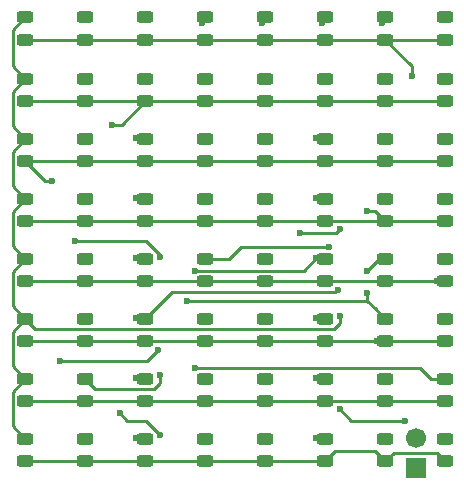
<source format=gbr>
%TF.GenerationSoftware,KiCad,Pcbnew,9.0.3*%
%TF.CreationDate,2025-10-09T23:36:15+02:00*%
%TF.ProjectId,ledkiv2,6c65646b-6976-4322-9e6b-696361645f70,rev?*%
%TF.SameCoordinates,Original*%
%TF.FileFunction,Copper,L1,Top*%
%TF.FilePolarity,Positive*%
%FSLAX46Y46*%
G04 Gerber Fmt 4.6, Leading zero omitted, Abs format (unit mm)*
G04 Created by KiCad (PCBNEW 9.0.3) date 2025-10-09 23:36:15*
%MOMM*%
%LPD*%
G01*
G04 APERTURE LIST*
G04 Aperture macros list*
%AMRoundRect*
0 Rectangle with rounded corners*
0 $1 Rounding radius*
0 $2 $3 $4 $5 $6 $7 $8 $9 X,Y pos of 4 corners*
0 Add a 4 corners polygon primitive as box body*
4,1,4,$2,$3,$4,$5,$6,$7,$8,$9,$2,$3,0*
0 Add four circle primitives for the rounded corners*
1,1,$1+$1,$2,$3*
1,1,$1+$1,$4,$5*
1,1,$1+$1,$6,$7*
1,1,$1+$1,$8,$9*
0 Add four rect primitives between the rounded corners*
20,1,$1+$1,$2,$3,$4,$5,0*
20,1,$1+$1,$4,$5,$6,$7,0*
20,1,$1+$1,$6,$7,$8,$9,0*
20,1,$1+$1,$8,$9,$2,$3,0*%
G04 Aperture macros list end*
%TA.AperFunction,ComponentPad*%
%ADD10R,1.700000X1.700000*%
%TD*%
%TA.AperFunction,ComponentPad*%
%ADD11C,1.700000*%
%TD*%
%TA.AperFunction,SMDPad,CuDef*%
%ADD12RoundRect,0.243750X-0.456250X0.243750X-0.456250X-0.243750X0.456250X-0.243750X0.456250X0.243750X0*%
%TD*%
%TA.AperFunction,ViaPad*%
%ADD13C,0.600000*%
%TD*%
%TA.AperFunction,Conductor*%
%ADD14C,0.250000*%
%TD*%
G04 APERTURE END LIST*
D10*
%TO.P,e1,1,rx-PD6*%
%TO.N,Net-(J1-D6)*%
X180677000Y-115835000D03*
D11*
%TO.P,e1,2,tx-PD5*%
%TO.N,Net-(J1-D5)*%
X180677000Y-113295000D03*
%TD*%
D12*
%TO.P,D59,1,K*%
%TO.N,Net-(D35-K)*%
X178045000Y-108280000D03*
%TO.P,D59,2,A*%
%TO.N,Net-(D15-A)*%
X178045000Y-110155000D03*
%TD*%
%TO.P,D63,1,K*%
%TO.N,Net-(D35-K)*%
X178045000Y-113360000D03*
%TO.P,D63,2,A*%
%TO.N,Net-(D16-A)*%
X178045000Y-115235000D03*
%TD*%
%TO.P,D7,1,K*%
%TO.N,Net-(D1-K)*%
X147565000Y-108280000D03*
%TO.P,D7,2,A*%
%TO.N,Net-(D15-A)*%
X147565000Y-110155000D03*
%TD*%
%TO.P,D4,1,K*%
%TO.N,Net-(D1-K)*%
X147565000Y-93040000D03*
%TO.P,D4,2,A*%
%TO.N,Net-(D12-A)*%
X147565000Y-94915000D03*
%TD*%
%TO.P,D40,1,K*%
%TO.N,Net-(D36-K)*%
X183125000Y-82880000D03*
%TO.P,D40,2,A*%
%TO.N,Net-(D10-A)*%
X183125000Y-84755000D03*
%TD*%
%TO.P,D36,1,K*%
%TO.N,Net-(D36-K)*%
X183132608Y-77663506D03*
%TO.P,D36,2,A*%
%TO.N,Net-(D1-A)*%
X183132608Y-79538506D03*
%TD*%
%TO.P,D61,1,K*%
%TO.N,Net-(D33-K)*%
X167885000Y-113360000D03*
%TO.P,D61,2,A*%
%TO.N,Net-(D16-A)*%
X167885000Y-115235000D03*
%TD*%
%TO.P,D43,1,K*%
%TO.N,Net-(D35-K)*%
X178045000Y-87960000D03*
%TO.P,D43,2,A*%
%TO.N,Net-(D11-A)*%
X178045000Y-89835000D03*
%TD*%
%TO.P,D23,1,K*%
%TO.N,Net-(D17-K)*%
X157725000Y-93040000D03*
%TO.P,D23,2,A*%
%TO.N,Net-(D12-A)*%
X157725000Y-94915000D03*
%TD*%
%TO.P,D46,1,K*%
%TO.N,Net-(D34-K)*%
X172965000Y-93040000D03*
%TO.P,D46,2,A*%
%TO.N,Net-(D12-A)*%
X172965000Y-94915000D03*
%TD*%
%TO.P,D26,1,K*%
%TO.N,Net-(D18-K)*%
X162805000Y-98120000D03*
%TO.P,D26,2,A*%
%TO.N,Net-(D13-A)*%
X162805000Y-99995000D03*
%TD*%
%TO.P,D10,1,K*%
%TO.N,Net-(D10-K)*%
X152645000Y-82880000D03*
%TO.P,D10,2,A*%
%TO.N,Net-(D10-A)*%
X152645000Y-84755000D03*
%TD*%
%TO.P,D58,1,K*%
%TO.N,Net-(D34-K)*%
X172965000Y-108280000D03*
%TO.P,D58,2,A*%
%TO.N,Net-(D15-A)*%
X172965000Y-110155000D03*
%TD*%
%TO.P,D57,1,K*%
%TO.N,Net-(D33-K)*%
X167885000Y-108280000D03*
%TO.P,D57,2,A*%
%TO.N,Net-(D15-A)*%
X167885000Y-110155000D03*
%TD*%
%TO.P,D21,1,K*%
%TO.N,Net-(D17-K)*%
X157725000Y-87960000D03*
%TO.P,D21,2,A*%
%TO.N,Net-(D11-A)*%
X157725000Y-89835000D03*
%TD*%
%TO.P,D16,1,K*%
%TO.N,Net-(D10-K)*%
X152645000Y-113360000D03*
%TO.P,D16,2,A*%
%TO.N,Net-(D16-A)*%
X152645000Y-115235000D03*
%TD*%
%TO.P,D35,1,K*%
%TO.N,Net-(D35-K)*%
X178052608Y-77663506D03*
%TO.P,D35,2,A*%
%TO.N,Net-(D1-A)*%
X178052608Y-79538506D03*
%TD*%
%TO.P,D48,1,K*%
%TO.N,Net-(D36-K)*%
X183125000Y-93040000D03*
%TO.P,D48,2,A*%
%TO.N,Net-(D12-A)*%
X183125000Y-94915000D03*
%TD*%
%TO.P,D56,1,K*%
%TO.N,Net-(D36-K)*%
X183125000Y-103200000D03*
%TO.P,D56,2,A*%
%TO.N,Net-(D14-A)*%
X183125000Y-105075000D03*
%TD*%
%TO.P,D32,1,K*%
%TO.N,Net-(D18-K)*%
X162805000Y-113360000D03*
%TO.P,D32,2,A*%
%TO.N,Net-(D16-A)*%
X162805000Y-115235000D03*
%TD*%
%TO.P,D18,1,K*%
%TO.N,Net-(D18-K)*%
X162812608Y-77663506D03*
%TO.P,D18,2,A*%
%TO.N,Net-(D1-A)*%
X162812608Y-79538506D03*
%TD*%
%TO.P,D8,1,K*%
%TO.N,Net-(D1-K)*%
X147565000Y-113360000D03*
%TO.P,D8,2,A*%
%TO.N,Net-(D16-A)*%
X147565000Y-115235000D03*
%TD*%
%TO.P,D22,1,K*%
%TO.N,Net-(D18-K)*%
X162805000Y-87960000D03*
%TO.P,D22,2,A*%
%TO.N,Net-(D11-A)*%
X162805000Y-89835000D03*
%TD*%
%TO.P,D53,1,K*%
%TO.N,Net-(D33-K)*%
X167885000Y-103200000D03*
%TO.P,D53,2,A*%
%TO.N,Net-(D14-A)*%
X167885000Y-105075000D03*
%TD*%
%TO.P,D3,1,K*%
%TO.N,Net-(D1-K)*%
X147565000Y-87960000D03*
%TO.P,D3,2,A*%
%TO.N,Net-(D11-A)*%
X147565000Y-89835000D03*
%TD*%
%TO.P,D11,1,K*%
%TO.N,Net-(D10-K)*%
X152645000Y-87960000D03*
%TO.P,D11,2,A*%
%TO.N,Net-(D11-A)*%
X152645000Y-89835000D03*
%TD*%
%TO.P,D1,1,K*%
%TO.N,Net-(D1-K)*%
X147572608Y-77663506D03*
%TO.P,D1,2,A*%
%TO.N,Net-(D1-A)*%
X147572608Y-79538506D03*
%TD*%
%TO.P,D25,1,K*%
%TO.N,Net-(D17-K)*%
X157725000Y-98120000D03*
%TO.P,D25,2,A*%
%TO.N,Net-(D13-A)*%
X157725000Y-99995000D03*
%TD*%
%TO.P,D42,1,K*%
%TO.N,Net-(D34-K)*%
X172965000Y-87960000D03*
%TO.P,D42,2,A*%
%TO.N,Net-(D11-A)*%
X172965000Y-89835000D03*
%TD*%
%TO.P,D44,1,K*%
%TO.N,Net-(D36-K)*%
X183125000Y-87960000D03*
%TO.P,D44,2,A*%
%TO.N,Net-(D11-A)*%
X183125000Y-89835000D03*
%TD*%
%TO.P,D29,1,K*%
%TO.N,Net-(D17-K)*%
X157725000Y-108280000D03*
%TO.P,D29,2,A*%
%TO.N,Net-(D15-A)*%
X157725000Y-110155000D03*
%TD*%
%TO.P,D15,1,K*%
%TO.N,Net-(D10-K)*%
X152645000Y-108280000D03*
%TO.P,D15,2,A*%
%TO.N,Net-(D15-A)*%
X152645000Y-110155000D03*
%TD*%
%TO.P,D9,1,K*%
%TO.N,Net-(D10-K)*%
X152652608Y-77663506D03*
%TO.P,D9,2,A*%
%TO.N,Net-(D1-A)*%
X152652608Y-79538506D03*
%TD*%
%TO.P,D6,1,K*%
%TO.N,Net-(D1-K)*%
X147565000Y-103200000D03*
%TO.P,D6,2,A*%
%TO.N,Net-(D14-A)*%
X147565000Y-105075000D03*
%TD*%
%TO.P,D60,1,K*%
%TO.N,Net-(D36-K)*%
X183125000Y-108280000D03*
%TO.P,D60,2,A*%
%TO.N,Net-(D15-A)*%
X183125000Y-110155000D03*
%TD*%
%TO.P,D5,1,K*%
%TO.N,Net-(D1-K)*%
X147565000Y-98120000D03*
%TO.P,D5,2,A*%
%TO.N,Net-(D13-A)*%
X147565000Y-99995000D03*
%TD*%
%TO.P,D64,1,K*%
%TO.N,Net-(D36-K)*%
X183125000Y-113360000D03*
%TO.P,D64,2,A*%
%TO.N,Net-(D16-A)*%
X183125000Y-115235000D03*
%TD*%
%TO.P,D12,1,K*%
%TO.N,Net-(D10-K)*%
X152645000Y-93040000D03*
%TO.P,D12,2,A*%
%TO.N,Net-(D12-A)*%
X152645000Y-94915000D03*
%TD*%
%TO.P,D2,1,K*%
%TO.N,Net-(D1-K)*%
X147565000Y-82880000D03*
%TO.P,D2,2,A*%
%TO.N,Net-(D10-A)*%
X147565000Y-84755000D03*
%TD*%
%TO.P,D51,1,K*%
%TO.N,Net-(D35-K)*%
X178045000Y-98120000D03*
%TO.P,D51,2,A*%
%TO.N,Net-(D13-A)*%
X178045000Y-99995000D03*
%TD*%
%TO.P,D24,1,K*%
%TO.N,Net-(D18-K)*%
X162805000Y-93040000D03*
%TO.P,D24,2,A*%
%TO.N,Net-(D12-A)*%
X162805000Y-94915000D03*
%TD*%
%TO.P,D45,1,K*%
%TO.N,Net-(D33-K)*%
X167885000Y-93040000D03*
%TO.P,D45,2,A*%
%TO.N,Net-(D12-A)*%
X167885000Y-94915000D03*
%TD*%
%TO.P,D28,1,K*%
%TO.N,Net-(D18-K)*%
X162805000Y-103200000D03*
%TO.P,D28,2,A*%
%TO.N,Net-(D14-A)*%
X162805000Y-105075000D03*
%TD*%
%TO.P,D50,1,K*%
%TO.N,Net-(D34-K)*%
X172965000Y-98120000D03*
%TO.P,D50,2,A*%
%TO.N,Net-(D13-A)*%
X172965000Y-99995000D03*
%TD*%
%TO.P,D20,1,K*%
%TO.N,Net-(D18-K)*%
X162805000Y-82880000D03*
%TO.P,D20,2,A*%
%TO.N,Net-(D10-A)*%
X162805000Y-84755000D03*
%TD*%
%TO.P,D33,1,K*%
%TO.N,Net-(D33-K)*%
X167892608Y-77663506D03*
%TO.P,D33,2,A*%
%TO.N,Net-(D1-A)*%
X167892608Y-79538506D03*
%TD*%
%TO.P,D19,1,K*%
%TO.N,Net-(D17-K)*%
X157725000Y-82880000D03*
%TO.P,D19,2,A*%
%TO.N,Net-(D10-A)*%
X157725000Y-84755000D03*
%TD*%
%TO.P,D34,1,K*%
%TO.N,Net-(D34-K)*%
X172972608Y-77663506D03*
%TO.P,D34,2,A*%
%TO.N,Net-(D1-A)*%
X172972608Y-79538506D03*
%TD*%
%TO.P,D38,1,K*%
%TO.N,Net-(D34-K)*%
X172965000Y-82880000D03*
%TO.P,D38,2,A*%
%TO.N,Net-(D10-A)*%
X172965000Y-84755000D03*
%TD*%
%TO.P,D17,1,K*%
%TO.N,Net-(D17-K)*%
X157732608Y-77663506D03*
%TO.P,D17,2,A*%
%TO.N,Net-(D1-A)*%
X157732608Y-79538506D03*
%TD*%
%TO.P,D14,1,K*%
%TO.N,Net-(D10-K)*%
X152645000Y-103200000D03*
%TO.P,D14,2,A*%
%TO.N,Net-(D14-A)*%
X152645000Y-105075000D03*
%TD*%
%TO.P,D30,1,K*%
%TO.N,Net-(D18-K)*%
X162805000Y-108280000D03*
%TO.P,D30,2,A*%
%TO.N,Net-(D15-A)*%
X162805000Y-110155000D03*
%TD*%
%TO.P,D39,1,K*%
%TO.N,Net-(D35-K)*%
X178045000Y-82880000D03*
%TO.P,D39,2,A*%
%TO.N,Net-(D10-A)*%
X178045000Y-84755000D03*
%TD*%
%TO.P,D13,1,K*%
%TO.N,Net-(D10-K)*%
X152645000Y-98120000D03*
%TO.P,D13,2,A*%
%TO.N,Net-(D13-A)*%
X152645000Y-99995000D03*
%TD*%
%TO.P,D52,1,K*%
%TO.N,Net-(D36-K)*%
X183125000Y-98120000D03*
%TO.P,D52,2,A*%
%TO.N,Net-(D13-A)*%
X183125000Y-99995000D03*
%TD*%
%TO.P,D27,1,K*%
%TO.N,Net-(D17-K)*%
X157725000Y-103200000D03*
%TO.P,D27,2,A*%
%TO.N,Net-(D14-A)*%
X157725000Y-105075000D03*
%TD*%
%TO.P,D54,1,K*%
%TO.N,Net-(D34-K)*%
X172965000Y-103200000D03*
%TO.P,D54,2,A*%
%TO.N,Net-(D14-A)*%
X172965000Y-105075000D03*
%TD*%
%TO.P,D41,1,K*%
%TO.N,Net-(D33-K)*%
X167885000Y-87960000D03*
%TO.P,D41,2,A*%
%TO.N,Net-(D11-A)*%
X167885000Y-89835000D03*
%TD*%
%TO.P,D37,1,K*%
%TO.N,Net-(D33-K)*%
X167885000Y-82880000D03*
%TO.P,D37,2,A*%
%TO.N,Net-(D10-A)*%
X167885000Y-84755000D03*
%TD*%
%TO.P,D31,1,K*%
%TO.N,Net-(D17-K)*%
X157725000Y-113360000D03*
%TO.P,D31,2,A*%
%TO.N,Net-(D16-A)*%
X157725000Y-115235000D03*
%TD*%
%TO.P,D47,1,K*%
%TO.N,Net-(D35-K)*%
X178045000Y-93040000D03*
%TO.P,D47,2,A*%
%TO.N,Net-(D12-A)*%
X178045000Y-94915000D03*
%TD*%
%TO.P,D62,1,K*%
%TO.N,Net-(D34-K)*%
X172965000Y-113360000D03*
%TO.P,D62,2,A*%
%TO.N,Net-(D16-A)*%
X172965000Y-115235000D03*
%TD*%
%TO.P,D49,1,K*%
%TO.N,Net-(D33-K)*%
X167885000Y-98120000D03*
%TO.P,D49,2,A*%
%TO.N,Net-(D13-A)*%
X167885000Y-99995000D03*
%TD*%
%TO.P,D55,1,K*%
%TO.N,Net-(D35-K)*%
X178045000Y-103200000D03*
%TO.P,D55,2,A*%
%TO.N,Net-(D14-A)*%
X178045000Y-105075000D03*
%TD*%
D13*
%TO.N,Net-(J1-A1)*%
X155566000Y-111171000D03*
X158972004Y-113034925D03*
%TO.N,Net-(D36-K)*%
X183125000Y-87960000D03*
%TO.N,Net-(D10-K)*%
X158972004Y-107954925D03*
%TO.N,Net-(D35-K)*%
X161281000Y-101646000D03*
%TO.N,Net-(D1-K)*%
X174214963Y-102925909D03*
%TO.N,Net-(D34-K)*%
X161907734Y-99091292D03*
%TO.N,Net-(D18-K)*%
X173321962Y-97082500D03*
%TO.N,Net-(D33-K)*%
X174201062Y-95590000D03*
X170806000Y-95931000D03*
%TO.N,Net-(D36-K)*%
X161916000Y-107361000D03*
%TO.N,Net-(D16-A)*%
X152645000Y-115235000D03*
%TO.N,Net-(D15-A)*%
X147565000Y-110155000D03*
%TO.N,Net-(J1-C0)*%
X150486000Y-106726000D03*
X158802941Y-105816389D03*
%TO.N,Net-(D14-A)*%
X177370000Y-105075000D03*
%TO.N,Net-(J1-D4)*%
X174209894Y-110830000D03*
X179696000Y-111806000D03*
%TO.N,Net-(D13-A)*%
X182450000Y-99995000D03*
%TO.N,Net-(D12-A)*%
X176521000Y-94026000D03*
%TO.N,Net-(D11-A)*%
X149851000Y-91486000D03*
%TO.N,Net-(J1-C3)*%
X151756000Y-96566000D03*
X158975000Y-97904979D03*
%TO.N,Net-(D10-A)*%
X154931000Y-86763500D03*
%TO.N,Net-(D1-A)*%
X180331000Y-82596000D03*
%TO.N,Net-(D36-K)*%
X183132608Y-77663506D03*
X183125000Y-82880000D03*
X183125000Y-93040000D03*
X183125000Y-98120000D03*
X183125000Y-103200000D03*
X183125000Y-108280000D03*
X182871000Y-113076000D03*
%TO.N,Net-(D35-K)*%
X178045000Y-113360000D03*
X178045000Y-108280000D03*
X178045000Y-103200000D03*
X176521000Y-101011000D03*
X176521000Y-99106000D03*
X178045000Y-98120000D03*
X178045000Y-93040000D03*
X178045000Y-87960000D03*
X178045000Y-82880000D03*
X177791000Y-78151000D03*
%TO.N,Net-(D17-K)*%
X156979082Y-113270444D03*
X156979082Y-108190444D03*
X156941000Y-103122275D03*
X156941000Y-98064197D03*
X156941000Y-92962275D03*
X156941000Y-87904197D03*
X157725000Y-82880000D03*
X157732608Y-77663506D03*
%TO.N,Net-(D34-K)*%
X172219082Y-113270444D03*
X172219082Y-108190444D03*
X172181000Y-103122275D03*
X172181000Y-98064197D03*
X172181000Y-92962275D03*
X172181000Y-87904197D03*
%TO.N,Net-(D33-K)*%
X167885000Y-113360000D03*
X167885000Y-108280000D03*
X167885000Y-103200000D03*
X167885000Y-98120000D03*
X167885000Y-93040000D03*
X167885000Y-87960000D03*
X167885000Y-82880000D03*
X167631000Y-78151000D03*
%TO.N,Net-(D18-K)*%
X162805000Y-113360000D03*
X162805000Y-108280000D03*
X162805000Y-103200000D03*
X162805000Y-98120000D03*
X162805000Y-93040000D03*
X162805000Y-87960000D03*
X162551000Y-78151000D03*
X162805000Y-82880000D03*
%TO.N,Net-(D17-K)*%
X174042941Y-100736389D03*
%TO.N,Net-(D10-K)*%
X153026000Y-113076000D03*
X153026000Y-107996000D03*
X153026000Y-102916000D03*
X153026000Y-97836000D03*
X153026000Y-92756000D03*
X153026000Y-87676000D03*
X153026000Y-77516000D03*
X153026000Y-82596000D03*
%TO.N,Net-(D34-K)*%
X172711000Y-78151000D03*
X172965000Y-82880000D03*
%TD*%
D14*
%TO.N,Net-(D16-A)*%
X178759000Y-114521000D02*
X178045000Y-115235000D01*
X182411000Y-114521000D02*
X178759000Y-114521000D01*
X183125000Y-115235000D02*
X182411000Y-114521000D01*
%TO.N,Net-(J1-A1)*%
X156201000Y-111806000D02*
X155566000Y-111171000D01*
X157754212Y-111806000D02*
X156201000Y-111806000D01*
X157754212Y-111806000D02*
X158972004Y-113023792D01*
X158972004Y-113023792D02*
X158972004Y-113034925D01*
%TO.N,Net-(D36-K)*%
X183125000Y-87960000D02*
X183155000Y-87960000D01*
%TO.N,Net-(D10-K)*%
X153508500Y-109143500D02*
X152645000Y-108280000D01*
X158444712Y-109143500D02*
X153508500Y-109143500D01*
X158972004Y-108616208D02*
X158444712Y-109143500D01*
X158972004Y-107954925D02*
X158972004Y-108616208D01*
%TO.N,Net-(D35-K)*%
X176491000Y-101646000D02*
X177141000Y-102296000D01*
X161281000Y-101646000D02*
X176491000Y-101646000D01*
X177141000Y-102296000D02*
X178045000Y-103200000D01*
%TO.N,Net-(D1-K)*%
X173684712Y-104063500D02*
X174214963Y-103533249D01*
X174214963Y-103533249D02*
X174214963Y-102925909D01*
X148428500Y-104063500D02*
X173684712Y-104063500D01*
X147565000Y-103200000D02*
X148428500Y-104063500D01*
%TO.N,Net-(D34-K)*%
X171153905Y-99091292D02*
X172181000Y-98064197D01*
X161907734Y-99091292D02*
X171153905Y-99091292D01*
%TO.N,Net-(D18-K)*%
X165844500Y-97082500D02*
X164807000Y-98120000D01*
X173321962Y-97082500D02*
X165844500Y-97082500D01*
X164807000Y-98120000D02*
X162805000Y-98120000D01*
%TO.N,Net-(D33-K)*%
X170806000Y-95931000D02*
X173860062Y-95931000D01*
X173860062Y-95931000D02*
X174201062Y-95590000D01*
%TO.N,Net-(D36-K)*%
X181885000Y-108280000D02*
X183125000Y-108280000D01*
X180966000Y-107361000D02*
X181885000Y-108280000D01*
X161916000Y-107361000D02*
X180966000Y-107361000D01*
%TO.N,Net-(D16-A)*%
X172965000Y-115235000D02*
X147565000Y-115235000D01*
X173810000Y-114390000D02*
X172965000Y-115235000D01*
X177200000Y-114390000D02*
X173810000Y-114390000D01*
X178045000Y-115235000D02*
X177200000Y-114390000D01*
%TO.N,Net-(J1-C0)*%
X150486000Y-106726000D02*
X157893330Y-106726000D01*
X157893330Y-106726000D02*
X158802941Y-105816389D01*
%TO.N,Net-(J1-D4)*%
X175185894Y-111806000D02*
X174209894Y-110830000D01*
X179696000Y-111806000D02*
X175185894Y-111806000D01*
%TO.N,Net-(D12-A)*%
X176521000Y-94026000D02*
X177156000Y-94026000D01*
X177156000Y-94026000D02*
X178045000Y-94915000D01*
%TO.N,Net-(D11-A)*%
X149216000Y-91486000D02*
X147565000Y-89835000D01*
X149851000Y-91486000D02*
X149216000Y-91486000D01*
%TO.N,Net-(J1-C3)*%
X158975000Y-97786788D02*
X158975000Y-97904979D01*
X157754212Y-96566000D02*
X158975000Y-97786788D01*
X151756000Y-96566000D02*
X157754212Y-96566000D01*
%TO.N,Net-(D10-A)*%
X155716500Y-86763500D02*
X157725000Y-84755000D01*
X154931000Y-86763500D02*
X155716500Y-86763500D01*
%TO.N,Net-(D1-A)*%
X180331000Y-81816898D02*
X178052608Y-79538506D01*
X180331000Y-82596000D02*
X180331000Y-81816898D01*
%TO.N,Net-(D36-K)*%
X183125000Y-87960000D02*
X183409000Y-87676000D01*
X183125000Y-113330000D02*
X182871000Y-113076000D01*
X183125000Y-113360000D02*
X183125000Y-113330000D01*
%TO.N,Net-(D35-K)*%
X176521000Y-101676000D02*
X177141000Y-102296000D01*
X176521000Y-101011000D02*
X176521000Y-101676000D01*
X177507000Y-98120000D02*
X176521000Y-99106000D01*
X178045000Y-98120000D02*
X177507000Y-98120000D01*
X178052608Y-77889392D02*
X177791000Y-78151000D01*
X178052608Y-77663506D02*
X178052608Y-77889392D01*
X177938506Y-77663506D02*
X177791000Y-77516000D01*
%TO.N,Net-(D17-K)*%
X173828330Y-100951000D02*
X174042941Y-100736389D01*
X159974000Y-100951000D02*
X173828330Y-100951000D01*
X157725000Y-103200000D02*
X159974000Y-100951000D01*
%TO.N,Net-(D33-K)*%
X167892608Y-77889392D02*
X167631000Y-78151000D01*
X167892608Y-77663506D02*
X167892608Y-77889392D01*
%TO.N,Net-(D18-K)*%
X162812608Y-77889392D02*
X162551000Y-78151000D01*
X162812608Y-77663506D02*
X162812608Y-77889392D01*
%TO.N,Net-(D17-K)*%
X157725000Y-98120000D02*
X157725000Y-98194026D01*
X157725000Y-93040000D02*
X157725000Y-93114026D01*
X157725000Y-87960000D02*
X157725000Y-88034026D01*
X157732608Y-77663506D02*
X157323494Y-77663506D01*
%TO.N,Net-(D10-K)*%
X152742000Y-113360000D02*
X153026000Y-113076000D01*
X152645000Y-113360000D02*
X152742000Y-113360000D01*
X152742000Y-108280000D02*
X153026000Y-107996000D01*
X152645000Y-108280000D02*
X152742000Y-108280000D01*
X152742000Y-103200000D02*
X153026000Y-102916000D01*
X152645000Y-103200000D02*
X152742000Y-103200000D01*
X152742000Y-98120000D02*
X153026000Y-97836000D01*
X152645000Y-98120000D02*
X152742000Y-98120000D01*
X152742000Y-93040000D02*
X153026000Y-92756000D01*
X152645000Y-93040000D02*
X152742000Y-93040000D01*
X152742000Y-87960000D02*
X153026000Y-87676000D01*
X152645000Y-87960000D02*
X152742000Y-87960000D01*
X152929000Y-82596000D02*
X152645000Y-82880000D01*
X153026000Y-82596000D02*
X152929000Y-82596000D01*
X152878494Y-77663506D02*
X153026000Y-77516000D01*
X152652608Y-77663506D02*
X152878494Y-77663506D01*
%TO.N,Net-(D1-K)*%
X146489000Y-112284000D02*
X147565000Y-113360000D01*
X147565000Y-108280000D02*
X146489000Y-109356000D01*
X146489000Y-109356000D02*
X146489000Y-112284000D01*
X146489000Y-104276000D02*
X146489000Y-107204000D01*
X146489000Y-107204000D02*
X147565000Y-108280000D01*
X147565000Y-103200000D02*
X146489000Y-104276000D01*
X146489000Y-102124000D02*
X147565000Y-103200000D01*
X146489000Y-99196000D02*
X146489000Y-102124000D01*
X147565000Y-98120000D02*
X146489000Y-99196000D01*
X146489000Y-97044000D02*
X147565000Y-98120000D01*
X146489000Y-94116000D02*
X146489000Y-97044000D01*
X147565000Y-93040000D02*
X146489000Y-94116000D01*
X146489000Y-91964000D02*
X147565000Y-93040000D01*
X146489000Y-89036000D02*
X146489000Y-91964000D01*
X147565000Y-87960000D02*
X146489000Y-89036000D01*
X146489000Y-86884000D02*
X147565000Y-87960000D01*
X146489000Y-83956000D02*
X146489000Y-86884000D01*
X147565000Y-82880000D02*
X146489000Y-83956000D01*
X146496608Y-81811608D02*
X147565000Y-82880000D01*
X146496608Y-78739506D02*
X146496608Y-81811608D01*
X147572608Y-77663506D02*
X146496608Y-78739506D01*
%TO.N,Net-(D1-A)*%
X147572608Y-79538506D02*
X183132608Y-79538506D01*
%TO.N,Net-(D10-A)*%
X147565000Y-84755000D02*
X183125000Y-84755000D01*
%TO.N,Net-(D11-A)*%
X147565000Y-89835000D02*
X183125000Y-89835000D01*
%TO.N,Net-(D12-A)*%
X147565000Y-94915000D02*
X183125000Y-94915000D01*
%TO.N,Net-(D13-A)*%
X147565000Y-99995000D02*
X183125000Y-99995000D01*
%TO.N,Net-(D14-A)*%
X147565000Y-105075000D02*
X183125000Y-105075000D01*
%TO.N,Net-(D15-A)*%
X147565000Y-110155000D02*
X183125000Y-110155000D01*
%TO.N,Net-(D34-K)*%
X172972608Y-77663506D02*
X172972608Y-77889392D01*
X172972608Y-77889392D02*
X172711000Y-78151000D01*
%TD*%
M02*

</source>
